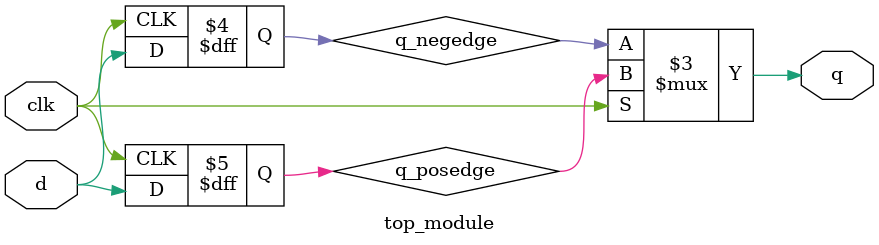
<source format=v>
module top_module (
    input clk,
    input d,
    output q
);
    reg q_posedge, q_negedge;

    always @(posedge clk ) begin
        q_posedge <= d;
    end
    
    always @(negedge clk ) begin
        q_negedge <= d;
    end
    
    assign q = clk? q_posedge: q_negedge;
    
endmodule

</source>
